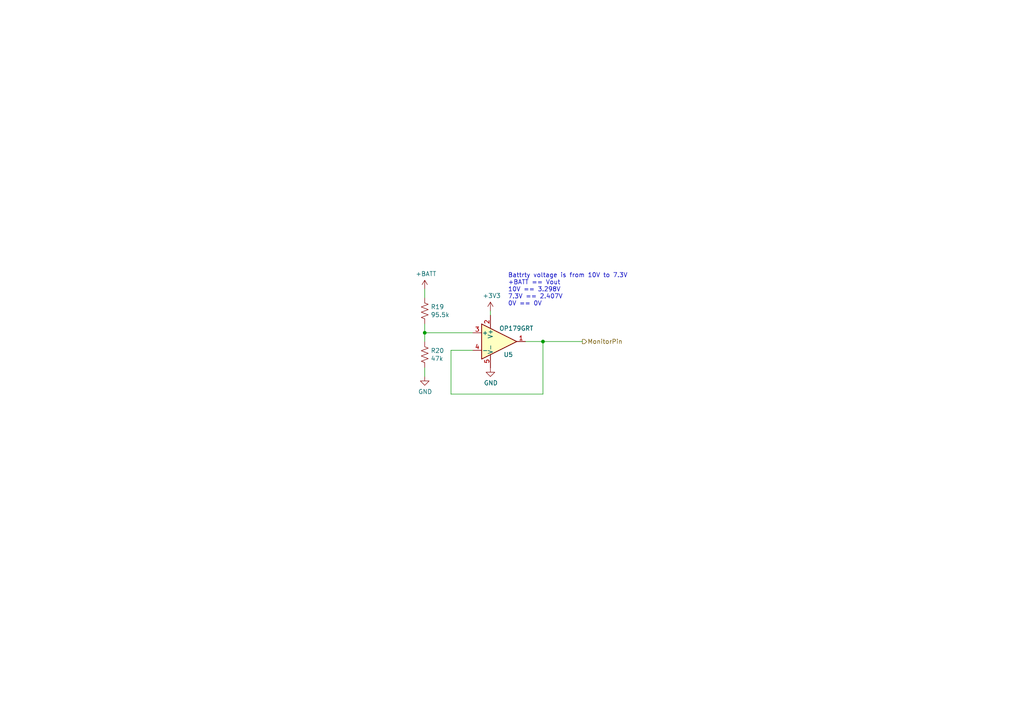
<source format=kicad_sch>
(kicad_sch (version 20211123) (generator eeschema)
  (paper "A4")
  (lib_symbols
    (symbol "Amplifier_Operational:OP179GRT" (pin_names (offset 0.127))
      (property "Reference" "U" (at 0 5.08 0))
      (property "Value" "OP179GRT" (at 0 -5.08 0))
      (symbol "OP179GRT_0_1"
        (polyline (pts (xy -5.08 5.08) (xy 5.08 0) (xy -5.08 -5.08) (xy -5.08 5.08)) (stroke (width 0.254)) (fill (type background)))
        (pin power_in line (at -2.54 7.62 270) (length 3.81) (name "V+") (number "2"))
        (pin power_in line (at -2.54 -7.62 90) (length 3.81) (name "V-") (number "5"))
      )
      (symbol "OP179GRT_1_1"
        (pin output line (at 7.62 0 180) (length 2.54) (name "~") (number "1"))
        (pin input line (at -7.62 2.54 0) (length 2.54) (name "+") (number "3"))
        (pin input line (at -7.62 -2.54 0) (length 2.54) (name "-") (number "4"))
      )
    )
    (symbol "Device:R_US" (pin_numbers hide) (pin_names (offset 0))
      (property "Reference" "R" (at 2.54 0 90))
      (property "Value" "R_US" (at -2.54 0 90))
      (symbol "R_US_0_1"
        (polyline (pts (xy 0 -2.286) (xy 0 -2.54)))
        (polyline (pts (xy 0 2.286) (xy 0 2.54)))
        (polyline (pts (xy 0 -0.762) (xy 1.016 -1.143) (xy 0 -1.524) (xy -1.016 -1.905) (xy 0 -2.286)))
        (polyline (pts (xy 0 0.762) (xy 1.016 0.381) (xy 0 0) (xy -1.016 -0.381) (xy 0 -0.762)))
        (polyline (pts (xy 0 2.286) (xy 1.016 1.905) (xy 0 1.524) (xy -1.016 1.143) (xy 0 0.762)))
      )
      (symbol "R_US_1_1"
        (pin passive line (at 0 3.81 270) (length 1.27) (name "~") (number "1"))
        (pin passive line (at 0 -3.81 90) (length 1.27) (name "~") (number "2"))
      )
    )
    (symbol "power:+3.3V" (power) (pin_names (offset 0))
      (property "Value" "+3.3V" (at 0 3.556 0))
      (symbol "+3.3V_0_1"
        (polyline (pts (xy -0.762 1.27) (xy 0 2.54)))
        (polyline (pts (xy 0 0) (xy 0 2.54)))
        (polyline (pts (xy 0 2.54) (xy 0.762 1.27)))
      )
      (symbol "+3.3V_1_1"
        (pin power_in line (at 0 0 90) (length 0) hide (name "+3V3") (number "1"))
      )
    )
    (symbol "power:+BATT" (power) (pin_names (offset 0))
      (property "Value" "+BATT" (at 0 3.556 0))
      (symbol "+BATT_0_1"
        (polyline (pts (xy -0.762 1.27) (xy 0 2.54)))
        (polyline (pts (xy 0 0) (xy 0 2.54)))
        (polyline (pts (xy 0 2.54) (xy 0.762 1.27)))
      )
      (symbol "+BATT_1_1"
        (pin power_in line (at 0 0 90) (length 0) hide (name "+BATT") (number "1"))
      )
    )
    (symbol "power:GND" (power) (pin_names (offset 0))
      (property "Value" "GND" (at 0 -3.81 0))
      (symbol "GND_0_1"
        (polyline (pts (xy 0 0) (xy 0 -1.27) (xy 1.27 -1.27) (xy 0 -2.54) (xy -1.27 -1.27) (xy 0 -1.27)))
      )
      (symbol "GND_1_1"
        (pin power_in line (at 0 0 270) (length 0) hide (name "GND") (number "1"))
      )
    )
  )
  (junction (at 157.48 99.06))
  (junction (at 123.19 96.52))
  (wire (pts (xy 123.19 106.68) (xy 123.19 109.22)))
  (wire (pts (xy 123.19 96.52) (xy 123.19 99.06)))
  (wire (pts (xy 157.48 114.3) (xy 130.81 114.3)))
  (wire (pts (xy 123.19 96.52) (xy 137.16 96.52)))
  (wire (pts (xy 123.19 83.82) (xy 123.19 86.36)))
  (wire (pts (xy 157.48 99.06) (xy 157.48 114.3)))
  (wire (pts (xy 157.48 99.06) (xy 168.91 99.06)))
  (wire (pts (xy 152.4 99.06) (xy 157.48 99.06)))
  (wire (pts (xy 123.19 93.98) (xy 123.19 96.52)))
  (wire (pts (xy 142.24 91.44) (xy 142.24 90.17)))
  (wire (pts (xy 130.81 101.6) (xy 137.16 101.6)))
  (wire (pts (xy 130.81 101.6) (xy 130.81 114.3)))
  (text "Battrty voltage is from 10V to 7.3V\n+BATT == Vout\n10V == 3.298V\n7.3V == 2.407V\n0V == 0V" (at 147.32 88.9 0) (effects (font (size 1.27 1.27)) (justify left bottom)))
  (hierarchical_label "MonitorPin" (shape output) (at 168.91 99.06 0))
  (symbol (lib_id "Amplifier_Operational:OP179GRT") (at 144.78 99.06 0) (unit 1)
    (property "Reference" "U5" (at 146.05 102.87 0) (effects (justify left)))
    (property "Value" "OP179GRT" (at 144.78 95.25 0) (effects (justify left)))
    (property "Footprint" "Package_TO_SOT_SMD:SOT-23-5" (effects hide))
    (property "Datasheet" "https://www.analog.com/media/en/technical-documentation/data-sheets/OP179_279.pdf" (effects hide))
  )
  (symbol (lib_id "power:+BATT") (at 123.19 83.82 0) (unit 1)
    (property "Reference" "#PWR0111" (effects hide))
    (property "Value" "+BATT" (at 123.571 79.4258 0))
  )
  (symbol (lib_id "power:GND") (at 142.24 106.68 0) (unit 1)
    (property "Reference" "#PWR0112" (effects hide))
    (property "Value" "GND" (at 142.367 111.0742 0))
  )
  (symbol (lib_id "power:+3.3V") (at 142.24 90.17 0) (unit 1)
    (property "Reference" "#PWR0113" (effects hide))
    (property "Value" "+3.3V" (at 142.621 85.7758 0))
  )
  (symbol (lib_id "power:GND") (at 123.19 109.22 0) (unit 1)
    (property "Reference" "#PWR0114" (effects hide))
    (property "Value" "GND" (at 123.317 113.6142 0))
  )
  (symbol (lib_id "Device:R_US") (at 123.19 90.17 0) (unit 1)
    (property "Reference" "R19" (at 124.9172 89.0016 0) (effects (justify left)))
    (property "Value" "95.5k" (at 124.9172 91.313 0) (effects (justify left)))
    (property "Footprint" "Resistor_SMD:R_0402_1005Metric" (effects hide))
  )
  (symbol (lib_id "Device:R_US") (at 123.19 102.87 0) (unit 1)
    (property "Reference" "R20" (at 124.9172 101.7016 0) (effects (justify left)))
    (property "Value" "47k" (at 124.9172 104.013 0) (effects (justify left)))
    (property "Footprint" "Resistor_SMD:R_0402_1005Metric" (effects hide))
  )
)
</source>
